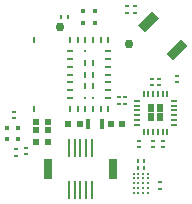
<source format=gbr>
G04 #@! TF.FileFunction,Paste,Bot*
%FSLAX46Y46*%
G04 Gerber Fmt 4.6, Leading zero omitted, Abs format (unit mm)*
G04 Created by KiCad (PCBNEW 4.0.2+dfsg1-2~bpo8+1-stable) date jue 23 mar 2017 16:55:10 ART*
%MOMM*%
G01*
G04 APERTURE LIST*
%ADD10C,0.100000*%
%ADD11R,0.300000X0.280000*%
%ADD12R,0.350000X0.350000*%
%ADD13R,0.280000X0.300000*%
%ADD14C,0.260000*%
%ADD15R,0.400000X0.900000*%
%ADD16R,0.500000X0.500000*%
%ADD17R,0.203480X1.503480*%
%ADD18R,0.703480X1.703480*%
%ADD19R,0.550000X0.250000*%
%ADD20R,0.250000X0.550000*%
%ADD21R,0.250000X0.250000*%
%ADD22R,0.601880X0.651880*%
%ADD23C,0.762000*%
G04 APERTURE END LIST*
D10*
D11*
X89550000Y-69160000D03*
X89550000Y-68640000D03*
D12*
X77150000Y-68500000D03*
X78150000Y-68500000D03*
X78150000Y-67500000D03*
X77150000Y-67500000D03*
D11*
X77800000Y-66660000D03*
X77800000Y-66140000D03*
D10*
G36*
X92438047Y-60585966D02*
X91235966Y-61788047D01*
X90670281Y-61222362D01*
X91872362Y-60020281D01*
X92438047Y-60585966D01*
X92438047Y-60585966D01*
G37*
G36*
X90033883Y-58181802D02*
X88831802Y-59383883D01*
X88266117Y-58818198D01*
X89468198Y-57616117D01*
X90033883Y-58181802D01*
X90033883Y-58181802D01*
G37*
D11*
X88050000Y-57760000D03*
X88050000Y-57240000D03*
X87350000Y-57760000D03*
X87350000Y-57240000D03*
X87150000Y-64940000D03*
X87150000Y-65460000D03*
X86650000Y-64940000D03*
X86650000Y-65460000D03*
D13*
X88750000Y-70300000D03*
X88230000Y-70300000D03*
X88750000Y-70900000D03*
X88230000Y-70900000D03*
D11*
X90100000Y-72140000D03*
X90100000Y-72660000D03*
X78750000Y-69240000D03*
X78750000Y-69760000D03*
D14*
X87900000Y-71400000D03*
X87900000Y-72200000D03*
X88700000Y-72200000D03*
X88300000Y-71400000D03*
X87900000Y-72600000D03*
X88300000Y-72600000D03*
X89100000Y-72600000D03*
X88300000Y-71800000D03*
X88700000Y-73000000D03*
X87900000Y-71800000D03*
X88700000Y-71400000D03*
X88300000Y-73000000D03*
X88300000Y-72200000D03*
X87900000Y-73000000D03*
X88700000Y-72600000D03*
X88700000Y-71800000D03*
X89100000Y-71400000D03*
X89100000Y-73000000D03*
X89100000Y-72200000D03*
X89100000Y-71800000D03*
D15*
X85250000Y-67200000D03*
X84050000Y-67200000D03*
D16*
X85950000Y-67200000D03*
X86950000Y-67200000D03*
X83350000Y-67200000D03*
X82350000Y-67200000D03*
X79650000Y-67000000D03*
X80650000Y-67000000D03*
X79650000Y-68700000D03*
X79650000Y-67700000D03*
X80650000Y-68700000D03*
X80650000Y-67700000D03*
D11*
X91600000Y-63650000D03*
X91600000Y-63130000D03*
X89450000Y-63860000D03*
X89450000Y-63340000D03*
X88350000Y-69160000D03*
X88350000Y-68640000D03*
X90050000Y-63860000D03*
X90050000Y-63340000D03*
X90350000Y-69160000D03*
X90350000Y-68640000D03*
X77950000Y-69340000D03*
X77950000Y-69860000D03*
D17*
X84400000Y-72800000D03*
X83900000Y-72800000D03*
X83400000Y-72800000D03*
X82900000Y-72800000D03*
X82400000Y-72800000D03*
X82400000Y-69200000D03*
X82900000Y-69200000D03*
X83400000Y-69200000D03*
X83900000Y-69200000D03*
X84400000Y-69200000D03*
D18*
X80650000Y-71000000D03*
X86150000Y-71000000D03*
D19*
X82530000Y-63650000D03*
X82530000Y-63000000D03*
X82530000Y-62350000D03*
X82530000Y-61700000D03*
X82530000Y-61050000D03*
D20*
X82500000Y-60100000D03*
X83150000Y-60100000D03*
X83800000Y-60100000D03*
X84450000Y-60100000D03*
D19*
X85730000Y-64950000D03*
X85730000Y-64300000D03*
X85730000Y-63650000D03*
X85730000Y-63000000D03*
X85730000Y-62350000D03*
X85730000Y-61700000D03*
X85730000Y-61050000D03*
D20*
X85750000Y-60100000D03*
X85100000Y-60100000D03*
X79500000Y-65900000D03*
X84450000Y-64000000D03*
X85750000Y-65900000D03*
X85100000Y-65900000D03*
X84450000Y-65900000D03*
X83800000Y-65900000D03*
X83150000Y-65900000D03*
X82500000Y-65900000D03*
D19*
X82530000Y-64950000D03*
X82530000Y-64300000D03*
D20*
X84450000Y-63000000D03*
X84450000Y-62000000D03*
D21*
X84450000Y-64950000D03*
X83800000Y-61050000D03*
D20*
X83800000Y-62000000D03*
X83800000Y-63000000D03*
X83800000Y-64000000D03*
D21*
X83800000Y-64950000D03*
D20*
X79500000Y-60100000D03*
D19*
X88150000Y-67240000D03*
X88150000Y-66840000D03*
X88150000Y-66440000D03*
X88150000Y-66040000D03*
X88150000Y-65240000D03*
D20*
X88750000Y-64640000D03*
X89150000Y-64640000D03*
X89550000Y-64640000D03*
X89950000Y-64640000D03*
D22*
X89350000Y-65840000D03*
X89350000Y-66640000D03*
X90150000Y-66640000D03*
X90150000Y-65840000D03*
D20*
X90350000Y-64640000D03*
X90750000Y-64640000D03*
D19*
X91350000Y-65240000D03*
X91350000Y-65640000D03*
X91350000Y-66040000D03*
X91350000Y-66440000D03*
X91350000Y-66840000D03*
X91350000Y-67240000D03*
D20*
X90750000Y-67840000D03*
X90350000Y-67840000D03*
D19*
X88150000Y-65640000D03*
D20*
X89950000Y-67840000D03*
X89550000Y-67840000D03*
X89150000Y-67840000D03*
X88750000Y-67840000D03*
D12*
X84650000Y-58600000D03*
X84650000Y-57600000D03*
X83650000Y-57600000D03*
X83650000Y-58600000D03*
D13*
X82310000Y-58100000D03*
X81790000Y-58100000D03*
D23*
X87550000Y-60400000D03*
X81650000Y-59000000D03*
M02*

</source>
